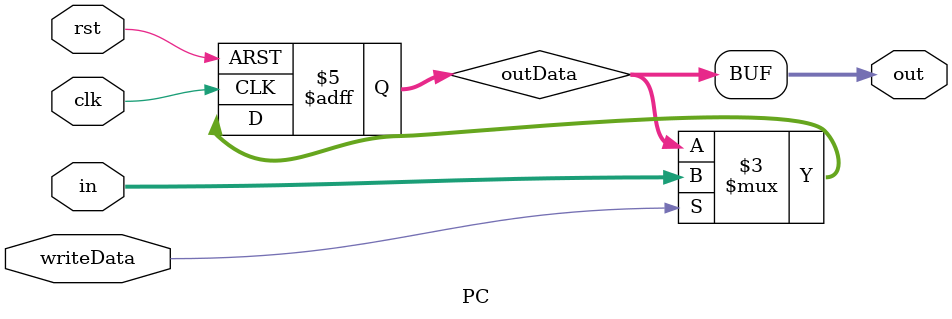
<source format=v>
`timescale 1ns/1ns
module PC(input[4:0] in, input clk, rst, writeData, output[4:0] out);
	reg [4:0] outData;
	assign out = outData;
	always@(posedge clk, posedge rst)begin
		if(rst) outData <= 5'b0;
		else
		begin
			if(writeData) outData <= in;
			else outData <= outData;
		end
	end
endmodule


</source>
